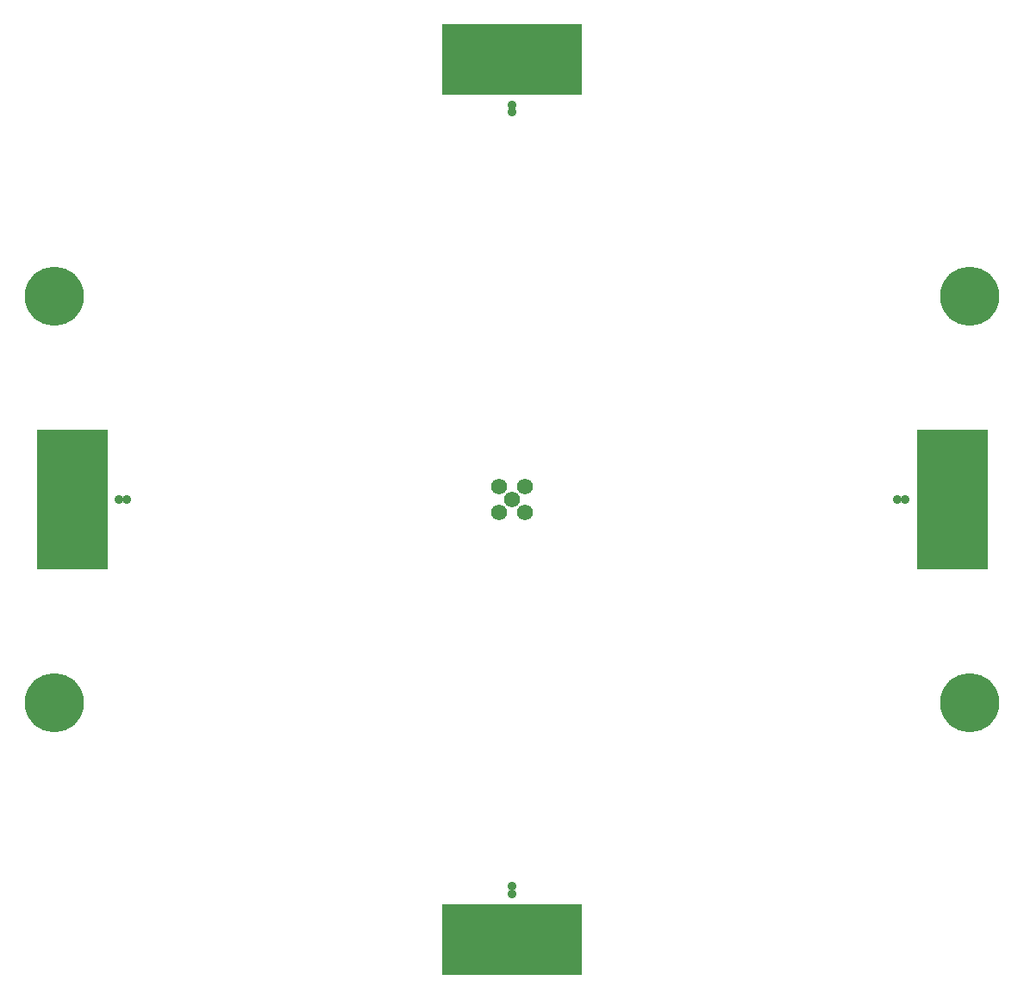
<source format=gts>
G04*
G04 #@! TF.GenerationSoftware,Altium Limited,Altium Designer,22.1.2 (22)*
G04*
G04 Layer_Color=8388736*
%FSLAX25Y25*%
%MOIN*%
G70*
G04*
G04 #@! TF.SameCoordinates,A02CA134-AAF4-468B-A2AC-DD95B3683172*
G04*
G04*
G04 #@! TF.FilePolarity,Negative*
G04*
G01*
G75*
%ADD13R,0.27775X0.54350*%
%ADD14R,0.54350X0.27775*%
%ADD15C,0.06200*%
%ADD16C,0.22853*%
%ADD17C,0.03562*%
D13*
X367327Y196299D02*
D03*
X26776D02*
D03*
D14*
X197000Y26024D02*
D03*
X197000Y366575D02*
D03*
D15*
X196850Y196301D02*
D03*
X201850Y201301D02*
D03*
Y191301D02*
D03*
X191850D02*
D03*
Y201301D02*
D03*
D16*
X373964Y117561D02*
D03*
Y275041D02*
D03*
X19737Y117561D02*
D03*
Y275041D02*
D03*
D17*
X196850Y46511D02*
D03*
Y43500D02*
D03*
X345958Y196299D02*
D03*
X349000D02*
D03*
X196850Y346129D02*
D03*
Y349000D02*
D03*
X47957Y196299D02*
D03*
X45000D02*
D03*
M02*

</source>
